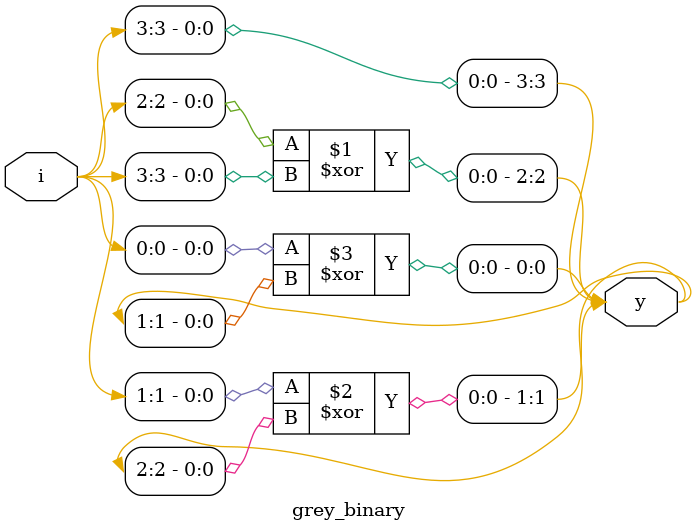
<source format=v>
module grey_binary(input [3:0]i,output [3:0]y);
  assign y[3]=i[3];
  assign y[2]=i[2]^y[3];
  assign y[1]=i[1]^y[2];
  assign y[0]=i[0]^y[1];
endmodule
</source>
